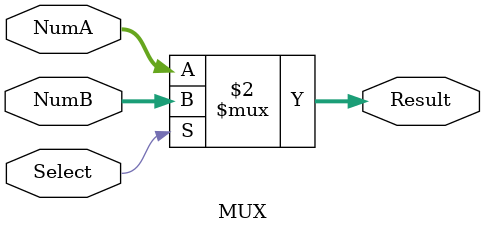
<source format=v>
`timescale 1ns / 1ps
module MUX(
    input [7:0] NumA,
    input [7:0] NumB,
    input Select,
    output [7:0] Result
    );
	
	assign Result = (Select == 1'b0) ? NumA : NumB;

endmodule

</source>
